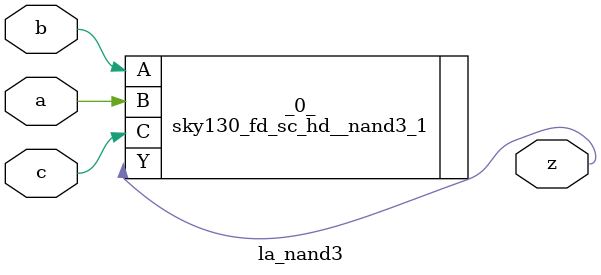
<source format=v>
/* Generated by Yosys 0.37 (git sha1 a5c7f69ed, clang 14.0.0-1ubuntu1.1 -fPIC -Os) */

module la_nand3(a, b, c, z);
  input a;
  wire a;
  input b;
  wire b;
  input c;
  wire c;
  output z;
  wire z;
  sky130_fd_sc_hd__nand3_1 _0_ (
    .A(b),
    .B(a),
    .C(c),
    .Y(z)
  );
endmodule

</source>
